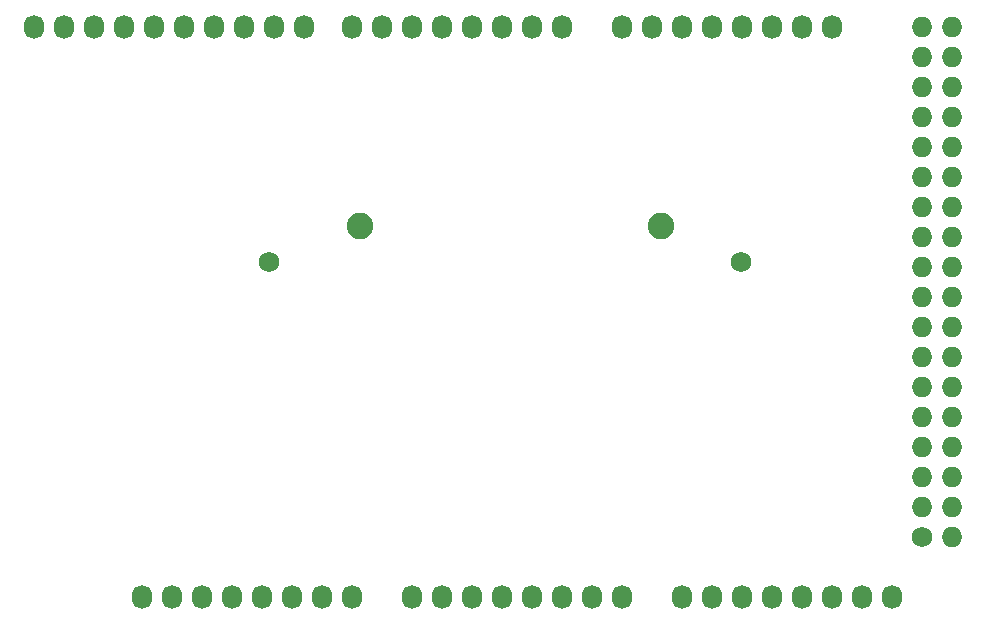
<source format=gbr>
%TF.GenerationSoftware,KiCad,Pcbnew,(6.0.4)*%
%TF.CreationDate,2022-07-18T11:06:22+02:00*%
%TF.ProjectId,GBDuino2,47424475-696e-46f3-922e-6b696361645f,rev?*%
%TF.SameCoordinates,Original*%
%TF.FileFunction,Soldermask,Bot*%
%TF.FilePolarity,Negative*%
%FSLAX46Y46*%
G04 Gerber Fmt 4.6, Leading zero omitted, Abs format (unit mm)*
G04 Created by KiCad (PCBNEW (6.0.4)) date 2022-07-18 11:06:22*
%MOMM*%
%LPD*%
G01*
G04 APERTURE LIST*
%ADD10C,1.727200*%
%ADD11O,1.727200X1.727200*%
%ADD12O,1.727200X2.032000*%
%ADD13C,2.250000*%
%ADD14C,1.750000*%
G04 APERTURE END LIST*
D10*
%TO.C,P1*%
X197358000Y-114046000D03*
D11*
X199898000Y-114046000D03*
X197358000Y-111506000D03*
X199898000Y-111506000D03*
X197358000Y-108966000D03*
X199898000Y-108966000D03*
X197358000Y-106426000D03*
X199898000Y-106426000D03*
X197358000Y-103886000D03*
X199898000Y-103886000D03*
X197358000Y-101346000D03*
X199898000Y-101346000D03*
X197358000Y-98806000D03*
X199898000Y-98806000D03*
X197358000Y-96266000D03*
X199898000Y-96266000D03*
X197358000Y-93726000D03*
X199898000Y-93726000D03*
X197358000Y-91186000D03*
X199898000Y-91186000D03*
X197358000Y-88646000D03*
X199898000Y-88646000D03*
X197358000Y-86106000D03*
X199898000Y-86106000D03*
X197358000Y-83566000D03*
X199898000Y-83566000D03*
X197358000Y-81026000D03*
X199898000Y-81026000D03*
X197358000Y-78486000D03*
X199898000Y-78486000D03*
X197358000Y-75946000D03*
X199898000Y-75946000D03*
X197358000Y-73406000D03*
X199898000Y-73406000D03*
X197358000Y-70866000D03*
X199898000Y-70866000D03*
%TD*%
D12*
%TO.C,P2*%
X131318000Y-119126000D03*
X133858000Y-119126000D03*
X136398000Y-119126000D03*
X138938000Y-119126000D03*
X141478000Y-119126000D03*
X144018000Y-119126000D03*
X146558000Y-119126000D03*
X149098000Y-119126000D03*
%TD*%
%TO.C,P3*%
X154178000Y-119126000D03*
X156718000Y-119126000D03*
X159258000Y-119126000D03*
X161798000Y-119126000D03*
X164338000Y-119126000D03*
X166878000Y-119126000D03*
X169418000Y-119126000D03*
X171958000Y-119126000D03*
%TD*%
%TO.C,P4*%
X177038000Y-119126000D03*
X179578000Y-119126000D03*
X182118000Y-119126000D03*
X184658000Y-119126000D03*
X187198000Y-119126000D03*
X189738000Y-119126000D03*
X192278000Y-119126000D03*
X194818000Y-119126000D03*
%TD*%
%TO.C,P5*%
X122174000Y-70866000D03*
X124714000Y-70866000D03*
X127254000Y-70866000D03*
X129794000Y-70866000D03*
X132334000Y-70866000D03*
X134874000Y-70866000D03*
X137414000Y-70866000D03*
X139954000Y-70866000D03*
X142494000Y-70866000D03*
X145034000Y-70866000D03*
%TD*%
%TO.C,P6*%
X149098000Y-70866000D03*
X151638000Y-70866000D03*
X154178000Y-70866000D03*
X156718000Y-70866000D03*
X159258000Y-70866000D03*
X161798000Y-70866000D03*
X164338000Y-70866000D03*
X166878000Y-70866000D03*
%TD*%
%TO.C,P7*%
X171958000Y-70866000D03*
X174498000Y-70866000D03*
X177038000Y-70866000D03*
X179578000Y-70866000D03*
X182118000Y-70866000D03*
X184658000Y-70866000D03*
X187198000Y-70866000D03*
X189738000Y-70866000D03*
%TD*%
D13*
%TO.C,J2*%
X175310000Y-87714200D03*
X149810000Y-87714200D03*
D14*
X182060000Y-90714200D03*
X142060000Y-90714200D03*
%TD*%
M02*

</source>
